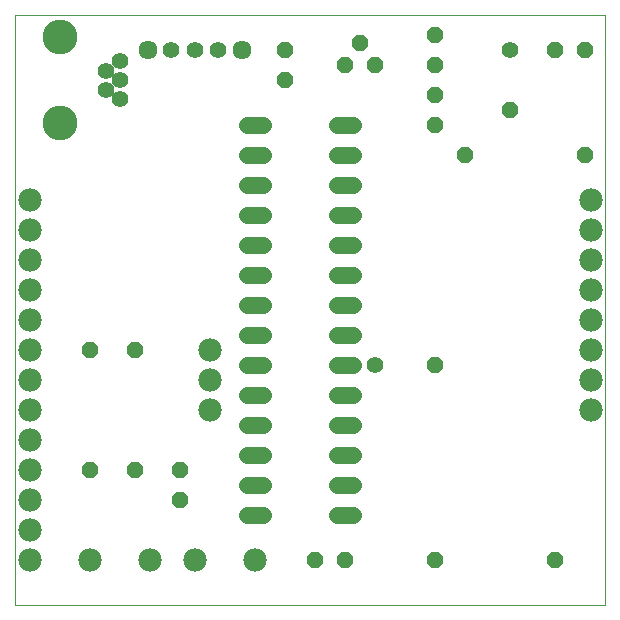
<source format=gts>
G75*
%MOIN*%
%OFA0B0*%
%FSLAX25Y25*%
%IPPOS*%
%LPD*%
%AMOC8*
5,1,8,0,0,1.08239X$1,22.5*
%
%ADD10C,0.00000*%
%ADD11C,0.07800*%
%ADD12OC8,0.05600*%
%ADD13C,0.05600*%
%ADD14C,0.05550*%
%ADD15C,0.11620*%
%ADD16C,0.05600*%
%ADD17C,0.06337*%
D10*
X0005060Y0001800D02*
X0005060Y0198650D01*
X0201910Y0198650D01*
X0201910Y0001800D01*
X0005060Y0001800D01*
D11*
X0010060Y0016800D03*
X0010060Y0026800D03*
X0010060Y0036800D03*
X0010060Y0046800D03*
X0010060Y0056800D03*
X0010060Y0066800D03*
X0010060Y0076800D03*
X0010060Y0086800D03*
X0010060Y0096800D03*
X0010060Y0106800D03*
X0010060Y0116800D03*
X0010060Y0126800D03*
X0010060Y0136800D03*
X0070060Y0086800D03*
X0070060Y0076800D03*
X0070060Y0066800D03*
X0065060Y0016800D03*
X0050060Y0016800D03*
X0030060Y0016800D03*
X0085060Y0016800D03*
X0197060Y0066800D03*
X0197060Y0076800D03*
X0197060Y0086800D03*
X0197060Y0096800D03*
X0197060Y0106800D03*
X0197060Y0116800D03*
X0197060Y0126800D03*
X0197060Y0136800D03*
D12*
X0195060Y0151800D03*
X0170060Y0166800D03*
X0155060Y0151800D03*
X0145060Y0161800D03*
X0145060Y0171800D03*
X0145060Y0181800D03*
X0145060Y0191800D03*
X0125060Y0181800D03*
X0120060Y0189300D03*
X0115060Y0181800D03*
X0095060Y0176800D03*
X0095060Y0186800D03*
X0185060Y0186800D03*
X0195060Y0186800D03*
X0145060Y0081800D03*
X0145060Y0016800D03*
X0115060Y0016800D03*
X0105060Y0016800D03*
X0060060Y0036800D03*
X0060060Y0046800D03*
X0045060Y0046800D03*
X0030060Y0046800D03*
X0030060Y0086800D03*
X0045060Y0086800D03*
X0185060Y0016800D03*
D13*
X0125060Y0081800D03*
X0170060Y0186800D03*
D14*
X0072934Y0186800D03*
X0065060Y0186800D03*
X0057186Y0186800D03*
X0040139Y0183099D03*
X0035414Y0179950D03*
X0040139Y0176800D03*
X0035414Y0173650D03*
X0040139Y0170501D03*
D15*
X0020060Y0162430D03*
X0020060Y0191170D03*
D16*
X0082460Y0161800D02*
X0087660Y0161800D01*
X0087660Y0151800D02*
X0082460Y0151800D01*
X0082460Y0141800D02*
X0087660Y0141800D01*
X0087660Y0131800D02*
X0082460Y0131800D01*
X0082460Y0121800D02*
X0087660Y0121800D01*
X0087660Y0111800D02*
X0082460Y0111800D01*
X0082460Y0101800D02*
X0087660Y0101800D01*
X0087660Y0091800D02*
X0082460Y0091800D01*
X0082460Y0081800D02*
X0087660Y0081800D01*
X0087660Y0071800D02*
X0082460Y0071800D01*
X0082460Y0061800D02*
X0087660Y0061800D01*
X0087660Y0051800D02*
X0082460Y0051800D01*
X0082460Y0041800D02*
X0087660Y0041800D01*
X0087660Y0031800D02*
X0082460Y0031800D01*
X0112460Y0031800D02*
X0117660Y0031800D01*
X0117660Y0041800D02*
X0112460Y0041800D01*
X0112460Y0051800D02*
X0117660Y0051800D01*
X0117660Y0061800D02*
X0112460Y0061800D01*
X0112460Y0071800D02*
X0117660Y0071800D01*
X0117660Y0081800D02*
X0112460Y0081800D01*
X0112460Y0091800D02*
X0117660Y0091800D01*
X0117660Y0101800D02*
X0112460Y0101800D01*
X0112460Y0111800D02*
X0117660Y0111800D01*
X0117660Y0121800D02*
X0112460Y0121800D01*
X0112460Y0131800D02*
X0117660Y0131800D01*
X0117660Y0141800D02*
X0112460Y0141800D01*
X0112460Y0151800D02*
X0117660Y0151800D01*
X0117660Y0161800D02*
X0112460Y0161800D01*
D17*
X0080808Y0186800D03*
X0049312Y0186800D03*
M02*

</source>
